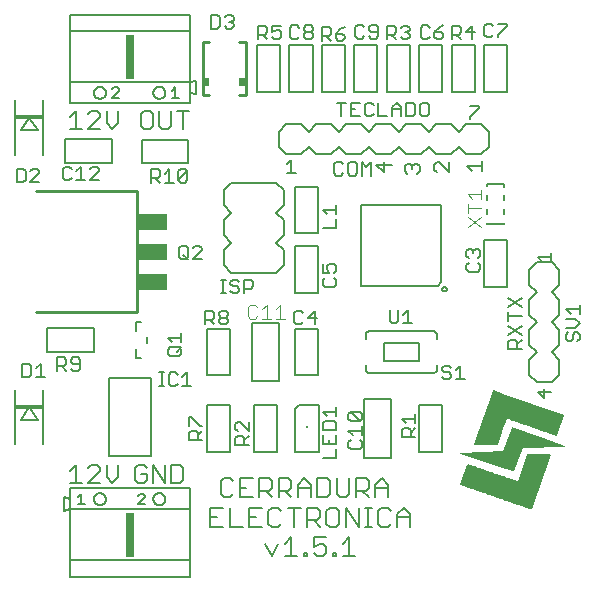
<source format=gbr>
G04 EAGLE Gerber RS-274X export*
G75*
%MOMM*%
%FSLAX34Y34*%
%LPD*%
%INSilkscreen Top*%
%IPPOS*%
%AMOC8*
5,1,8,0,0,1.08239X$1,22.5*%
G01*
%ADD10C,0.177800*%
%ADD11C,0.152400*%
%ADD12C,0.127000*%
%ADD13C,0.150000*%
%ADD14R,0.200000X0.200000*%
%ADD15C,0.203200*%
%ADD16R,0.762000X3.810000*%
%ADD17R,2.300000X0.300000*%
%ADD18C,0.254000*%
%ADD19R,2.489200X1.422400*%
%ADD20C,0.101600*%
%ADD21R,0.500000X0.750000*%

G36*
X425810Y121054D02*
X425810Y121054D01*
X425854Y121063D01*
X425939Y121072D01*
X426275Y121163D01*
X426327Y121189D01*
X426382Y121206D01*
X426415Y121233D01*
X426453Y121252D01*
X426491Y121296D01*
X426535Y121333D01*
X426559Y121376D01*
X426582Y121403D01*
X426592Y121436D01*
X426616Y121479D01*
X430338Y132041D01*
X430339Y132048D01*
X430343Y132056D01*
X430463Y132435D01*
X430465Y132448D01*
X430567Y132695D01*
X430570Y132707D01*
X430577Y132720D01*
X434369Y143480D01*
X434691Y143368D01*
X436125Y142869D01*
X437560Y142369D01*
X438994Y141870D01*
X440429Y141371D01*
X441863Y140872D01*
X441864Y140872D01*
X443298Y140372D01*
X444732Y139873D01*
X444733Y139873D01*
X446167Y139374D01*
X447602Y138875D01*
X449036Y138375D01*
X450471Y137876D01*
X451905Y137377D01*
X453340Y136878D01*
X454774Y136378D01*
X456209Y135879D01*
X457643Y135380D01*
X459078Y134881D01*
X460512Y134381D01*
X461947Y133882D01*
X463381Y133383D01*
X463382Y133383D01*
X464816Y132884D01*
X466250Y132385D01*
X466251Y132384D01*
X467685Y131885D01*
X469120Y131386D01*
X470554Y130887D01*
X471989Y130387D01*
X473423Y129888D01*
X474858Y129389D01*
X476292Y128890D01*
X476366Y128880D01*
X476438Y128862D01*
X476463Y128867D01*
X476489Y128863D01*
X476561Y128883D01*
X476634Y128895D01*
X476659Y128910D01*
X476681Y128915D01*
X476715Y128943D01*
X476777Y128979D01*
X477000Y129166D01*
X477032Y129207D01*
X477072Y129240D01*
X477099Y129291D01*
X477124Y129322D01*
X477132Y129351D01*
X477151Y129386D01*
X482867Y146030D01*
X482871Y146065D01*
X482885Y146098D01*
X482887Y146182D01*
X482893Y146227D01*
X482888Y146243D01*
X482889Y146264D01*
X482846Y146558D01*
X482816Y146642D01*
X482789Y146726D01*
X482782Y146735D01*
X482778Y146745D01*
X482718Y146810D01*
X482661Y146878D01*
X482650Y146884D01*
X482643Y146891D01*
X482606Y146908D01*
X482515Y146958D01*
X431488Y164604D01*
X423171Y167480D01*
X423113Y167488D01*
X423058Y167505D01*
X423016Y167501D01*
X422974Y167506D01*
X422918Y167491D01*
X422860Y167485D01*
X422823Y167465D01*
X422782Y167454D01*
X422737Y167418D01*
X422685Y167389D01*
X422654Y167352D01*
X422626Y167330D01*
X422610Y167300D01*
X422578Y167262D01*
X422405Y166969D01*
X422392Y166931D01*
X422364Y166881D01*
X406587Y121974D01*
X406582Y121936D01*
X406565Y121884D01*
X406516Y121566D01*
X406518Y121519D01*
X406511Y121472D01*
X406523Y121420D01*
X406526Y121367D01*
X406546Y121325D01*
X406557Y121279D01*
X406589Y121236D01*
X406612Y121188D01*
X406648Y121157D01*
X406676Y121119D01*
X406722Y121092D01*
X406762Y121057D01*
X406806Y121042D01*
X406847Y121018D01*
X406911Y121008D01*
X406950Y120995D01*
X406977Y120997D01*
X407011Y120991D01*
X425810Y121054D01*
G37*
G36*
X454806Y66624D02*
X454806Y66624D01*
X454820Y66623D01*
X455118Y66658D01*
X455209Y66688D01*
X455298Y66715D01*
X455302Y66718D01*
X455307Y66720D01*
X455379Y66782D01*
X455451Y66843D01*
X455453Y66848D01*
X455457Y66851D01*
X455470Y66878D01*
X455531Y66989D01*
X471437Y112350D01*
X471440Y112369D01*
X471448Y112387D01*
X471461Y112526D01*
X471464Y112547D01*
X471463Y112549D01*
X471464Y112553D01*
X471443Y112823D01*
X471420Y112907D01*
X471400Y112992D01*
X471393Y113002D01*
X471389Y113014D01*
X471335Y113082D01*
X471283Y113153D01*
X471273Y113160D01*
X471265Y113169D01*
X471188Y113211D01*
X471113Y113256D01*
X471099Y113258D01*
X471090Y113264D01*
X471047Y113267D01*
X470949Y113285D01*
X452122Y113420D01*
X452120Y113419D01*
X452117Y113420D01*
X452023Y113400D01*
X451927Y113382D01*
X451925Y113380D01*
X451922Y113380D01*
X451782Y113289D01*
X451540Y113068D01*
X451516Y113036D01*
X451485Y113009D01*
X451449Y112943D01*
X451423Y112908D01*
X451418Y112887D01*
X451405Y112864D01*
X443602Y90475D01*
X435916Y93153D01*
X434743Y93561D01*
X434743Y93562D01*
X433310Y94061D01*
X431877Y94560D01*
X430445Y95059D01*
X430444Y95059D01*
X429012Y95558D01*
X429012Y95559D01*
X427579Y96058D01*
X426146Y96557D01*
X424713Y97056D01*
X423280Y97555D01*
X423280Y97556D01*
X421847Y98055D01*
X420414Y98554D01*
X418982Y99053D01*
X418981Y99053D01*
X417549Y99552D01*
X417549Y99553D01*
X416116Y100052D01*
X414683Y100551D01*
X413250Y101050D01*
X411817Y101549D01*
X411817Y101550D01*
X410384Y102049D01*
X408951Y102548D01*
X407519Y103047D01*
X407518Y103047D01*
X406086Y103546D01*
X406086Y103547D01*
X404653Y104046D01*
X403220Y104545D01*
X401883Y105011D01*
X401860Y105014D01*
X401839Y105024D01*
X401762Y105027D01*
X401686Y105038D01*
X401663Y105032D01*
X401640Y105033D01*
X401527Y104994D01*
X401494Y104985D01*
X401489Y104982D01*
X401483Y104979D01*
X401232Y104845D01*
X401231Y104844D01*
X401153Y104779D01*
X401079Y104718D01*
X401079Y104717D01*
X401078Y104717D01*
X400997Y104571D01*
X395142Y87953D01*
X395132Y87883D01*
X395115Y87814D01*
X395119Y87785D01*
X395115Y87756D01*
X395133Y87688D01*
X395143Y87618D01*
X395159Y87592D01*
X395166Y87564D01*
X395210Y87508D01*
X395247Y87448D01*
X395273Y87428D01*
X395289Y87407D01*
X395326Y87387D01*
X395379Y87346D01*
X395688Y87182D01*
X395719Y87172D01*
X395758Y87151D01*
X395828Y87127D01*
X397261Y86627D01*
X398693Y86128D01*
X400126Y85629D01*
X401559Y85130D01*
X402991Y84630D01*
X404424Y84131D01*
X405857Y83632D01*
X407289Y83133D01*
X408722Y82633D01*
X410155Y82134D01*
X411587Y81635D01*
X413020Y81136D01*
X414453Y80636D01*
X415885Y80137D01*
X417318Y79638D01*
X418751Y79139D01*
X420183Y78639D01*
X420184Y78639D01*
X421616Y78140D01*
X423049Y77641D01*
X424481Y77142D01*
X424482Y77142D01*
X425914Y76642D01*
X427347Y76143D01*
X428779Y75644D01*
X428780Y75644D01*
X430212Y75145D01*
X431645Y74645D01*
X433078Y74146D01*
X434510Y73647D01*
X435943Y73148D01*
X437376Y72648D01*
X438808Y72149D01*
X440241Y71650D01*
X441674Y71151D01*
X443106Y70651D01*
X444539Y70152D01*
X444550Y70151D01*
X444560Y70145D01*
X444643Y70138D01*
X444668Y70126D01*
X444763Y70074D01*
X446001Y69643D01*
X447434Y69143D01*
X448867Y68644D01*
X450300Y68145D01*
X451732Y67646D01*
X451733Y67646D01*
X453165Y67146D01*
X454598Y66647D01*
X454627Y66643D01*
X454654Y66631D01*
X454752Y66626D01*
X454795Y66621D01*
X454806Y66624D01*
G37*
G36*
X440175Y98828D02*
X440175Y98828D01*
X440175Y98827D01*
X440177Y98828D01*
X440336Y98869D01*
X440436Y98914D01*
X440449Y98923D01*
X440464Y98928D01*
X440530Y98981D01*
X440598Y99030D01*
X440606Y99043D01*
X440618Y99053D01*
X440701Y99198D01*
X447918Y118875D01*
X483292Y119690D01*
X483302Y119692D01*
X483311Y119690D01*
X483398Y119714D01*
X483486Y119734D01*
X483494Y119739D01*
X483503Y119742D01*
X483574Y119797D01*
X483647Y119850D01*
X483652Y119858D01*
X483660Y119864D01*
X483704Y119943D01*
X483750Y120020D01*
X483752Y120030D01*
X483757Y120038D01*
X483766Y120128D01*
X483779Y120217D01*
X483777Y120226D01*
X483778Y120236D01*
X483752Y120322D01*
X483729Y120409D01*
X483723Y120417D01*
X483720Y120426D01*
X483662Y120495D01*
X483607Y120566D01*
X483598Y120571D01*
X483592Y120579D01*
X483447Y120659D01*
X483148Y120765D01*
X481733Y121264D01*
X476074Y123261D01*
X474660Y123760D01*
X473245Y124260D01*
X471830Y124759D01*
X466171Y126756D01*
X464757Y127255D01*
X463342Y127754D01*
X457683Y129751D01*
X456268Y130251D01*
X454854Y130750D01*
X449195Y132747D01*
X447780Y133246D01*
X446365Y133745D01*
X440707Y135742D01*
X439387Y136208D01*
X439347Y136214D01*
X439243Y136236D01*
X439120Y136242D01*
X439091Y136237D01*
X439063Y136241D01*
X438994Y136222D01*
X438923Y136211D01*
X438899Y136196D01*
X438871Y136188D01*
X438815Y136143D01*
X438755Y136106D01*
X438738Y136082D01*
X438715Y136064D01*
X438664Y135978D01*
X438640Y135943D01*
X438638Y135933D01*
X438631Y135921D01*
X430945Y115783D01*
X395536Y114289D01*
X395525Y114286D01*
X395514Y114288D01*
X395429Y114263D01*
X395343Y114241D01*
X395334Y114235D01*
X395323Y114231D01*
X395255Y114175D01*
X395184Y114122D01*
X395179Y114112D01*
X395170Y114105D01*
X395129Y114027D01*
X395084Y113950D01*
X395083Y113939D01*
X395078Y113929D01*
X395071Y113841D01*
X395060Y113753D01*
X395063Y113742D01*
X395062Y113730D01*
X395090Y113647D01*
X395114Y113562D01*
X395121Y113553D01*
X395124Y113542D01*
X395183Y113475D01*
X395238Y113407D01*
X395248Y113401D01*
X395256Y113392D01*
X395403Y113316D01*
X433393Y100994D01*
X433434Y100973D01*
X439978Y98850D01*
X440070Y98839D01*
X440175Y98827D01*
X440175Y98828D01*
G37*
D10*
X64581Y99124D02*
X69580Y104124D01*
X69580Y89125D01*
X64581Y89125D02*
X74580Y89125D01*
X80017Y89125D02*
X90016Y89125D01*
X80017Y89125D02*
X90016Y99124D01*
X90016Y101624D01*
X87516Y104124D01*
X82517Y104124D01*
X80017Y101624D01*
X95453Y104124D02*
X95453Y94125D01*
X100453Y89125D01*
X105452Y94125D01*
X105452Y104124D01*
X127080Y104124D02*
X129580Y101624D01*
X127080Y104124D02*
X122081Y104124D01*
X119581Y101624D01*
X119581Y91625D01*
X122081Y89125D01*
X127080Y89125D01*
X129580Y91625D01*
X129580Y96624D01*
X124580Y96624D01*
X135017Y89125D02*
X135017Y104124D01*
X145016Y89125D01*
X145016Y104124D01*
X150453Y104124D02*
X150453Y89125D01*
X157952Y89125D01*
X160452Y91625D01*
X160452Y101624D01*
X157952Y104124D01*
X150453Y104124D01*
D11*
X400277Y357499D02*
X404514Y353262D01*
X400277Y357499D02*
X412988Y357499D01*
X412988Y353262D02*
X412988Y361736D01*
X385488Y360486D02*
X385488Y352012D01*
X377014Y360486D01*
X374896Y360486D01*
X372777Y358367D01*
X372777Y354130D01*
X374896Y352012D01*
X349896Y350762D02*
X347777Y352880D01*
X347777Y357117D01*
X349896Y359236D01*
X352014Y359236D01*
X354133Y357117D01*
X354133Y354999D01*
X354133Y357117D02*
X356251Y359236D01*
X358370Y359236D01*
X360488Y357117D01*
X360488Y352880D01*
X358370Y350762D01*
X336738Y358367D02*
X324027Y358367D01*
X330383Y352012D01*
X330383Y360486D01*
D12*
X295721Y358818D02*
X293814Y360725D01*
X290001Y360725D01*
X288094Y358818D01*
X288094Y351192D01*
X290001Y349285D01*
X293814Y349285D01*
X295721Y351192D01*
X301695Y360725D02*
X305508Y360725D01*
X301695Y360725D02*
X299788Y358818D01*
X299788Y351192D01*
X301695Y349285D01*
X305508Y349285D01*
X307415Y351192D01*
X307415Y358818D01*
X305508Y360725D01*
X311482Y360725D02*
X311482Y349285D01*
X315295Y356912D02*
X311482Y360725D01*
X315295Y356912D02*
X319108Y360725D01*
X319108Y349285D01*
D10*
X69580Y404124D02*
X64581Y399124D01*
X69580Y404124D02*
X69580Y389125D01*
X64581Y389125D02*
X74580Y389125D01*
X80017Y389125D02*
X90016Y389125D01*
X80017Y389125D02*
X90016Y399124D01*
X90016Y401624D01*
X87516Y404124D01*
X82517Y404124D01*
X80017Y401624D01*
X95453Y404124D02*
X95453Y394125D01*
X100453Y389125D01*
X105452Y394125D01*
X105452Y404124D01*
X127081Y404124D02*
X132080Y404124D01*
X127081Y404124D02*
X124581Y401624D01*
X124581Y391625D01*
X127081Y389125D01*
X132080Y389125D01*
X134580Y391625D01*
X134580Y401624D01*
X132080Y404124D01*
X140017Y404124D02*
X140017Y391625D01*
X142517Y389125D01*
X147516Y389125D01*
X150016Y391625D01*
X150016Y404124D01*
X160453Y404124D02*
X160453Y389125D01*
X155453Y404124D02*
X165452Y404124D01*
D11*
X200225Y93142D02*
X202936Y90430D01*
X200225Y93142D02*
X194801Y93142D01*
X192090Y90430D01*
X192090Y79584D01*
X194801Y76872D01*
X200225Y76872D01*
X202936Y79584D01*
X208461Y93142D02*
X219308Y93142D01*
X208461Y93142D02*
X208461Y76872D01*
X219308Y76872D01*
X213885Y85007D02*
X208461Y85007D01*
X224833Y76872D02*
X224833Y93142D01*
X232968Y93142D01*
X235680Y90430D01*
X235680Y85007D01*
X232968Y82295D01*
X224833Y82295D01*
X230256Y82295D02*
X235680Y76872D01*
X241205Y76872D02*
X241205Y93142D01*
X249339Y93142D01*
X252051Y90430D01*
X252051Y85007D01*
X249339Y82295D01*
X241205Y82295D01*
X246628Y82295D02*
X252051Y76872D01*
X257576Y76872D02*
X257576Y87719D01*
X262999Y93142D01*
X268423Y87719D01*
X268423Y76872D01*
X268423Y85007D02*
X257576Y85007D01*
X273948Y93142D02*
X273948Y76872D01*
X282083Y76872D01*
X284794Y79584D01*
X284794Y90430D01*
X282083Y93142D01*
X273948Y93142D01*
X290319Y93142D02*
X290319Y79584D01*
X293031Y76872D01*
X298454Y76872D01*
X301166Y79584D01*
X301166Y93142D01*
X306691Y93142D02*
X306691Y76872D01*
X306691Y93142D02*
X314826Y93142D01*
X317537Y90430D01*
X317537Y85007D01*
X314826Y82295D01*
X306691Y82295D01*
X312114Y82295D02*
X317537Y76872D01*
X323062Y76872D02*
X323062Y87719D01*
X328486Y93142D01*
X333909Y87719D01*
X333909Y76872D01*
X333909Y85007D02*
X323062Y85007D01*
X194293Y68142D02*
X183447Y68142D01*
X183447Y51872D01*
X194293Y51872D01*
X188870Y60007D02*
X183447Y60007D01*
X199818Y68142D02*
X199818Y51872D01*
X210665Y51872D01*
X216190Y68142D02*
X227037Y68142D01*
X216190Y68142D02*
X216190Y51872D01*
X227037Y51872D01*
X221613Y60007D02*
X216190Y60007D01*
X240696Y68142D02*
X243408Y65430D01*
X240696Y68142D02*
X235273Y68142D01*
X232562Y65430D01*
X232562Y54584D01*
X235273Y51872D01*
X240696Y51872D01*
X243408Y54584D01*
X254356Y51872D02*
X254356Y68142D01*
X248933Y68142D02*
X259780Y68142D01*
X265305Y68142D02*
X265305Y51872D01*
X265305Y68142D02*
X273440Y68142D01*
X276151Y65430D01*
X276151Y60007D01*
X273440Y57295D01*
X265305Y57295D01*
X270728Y57295D02*
X276151Y51872D01*
X284388Y68142D02*
X289811Y68142D01*
X284388Y68142D02*
X281676Y65430D01*
X281676Y54584D01*
X284388Y51872D01*
X289811Y51872D01*
X292523Y54584D01*
X292523Y65430D01*
X289811Y68142D01*
X298048Y68142D02*
X298048Y51872D01*
X308894Y51872D02*
X298048Y68142D01*
X308894Y68142D02*
X308894Y51872D01*
X314419Y51872D02*
X319843Y51872D01*
X317131Y51872D02*
X317131Y68142D01*
X314419Y68142D02*
X319843Y68142D01*
X333469Y68142D02*
X336180Y65430D01*
X333469Y68142D02*
X328045Y68142D01*
X325334Y65430D01*
X325334Y54584D01*
X328045Y51872D01*
X333469Y51872D01*
X336180Y54584D01*
X341705Y51872D02*
X341705Y62719D01*
X347129Y68142D01*
X352552Y62719D01*
X352552Y51872D01*
X352552Y60007D02*
X341705Y60007D01*
X235256Y26872D02*
X229833Y37719D01*
X240680Y37719D02*
X235256Y26872D01*
X246205Y37719D02*
X251628Y43142D01*
X251628Y26872D01*
X246205Y26872D02*
X257051Y26872D01*
X262576Y26872D02*
X262576Y29584D01*
X265288Y29584D01*
X265288Y26872D01*
X262576Y26872D01*
X270762Y43142D02*
X281609Y43142D01*
X270762Y43142D02*
X270762Y35007D01*
X276185Y37719D01*
X278897Y37719D01*
X281609Y35007D01*
X281609Y29584D01*
X278897Y26872D01*
X273474Y26872D01*
X270762Y29584D01*
X287134Y29584D02*
X287134Y26872D01*
X287134Y29584D02*
X289845Y29584D01*
X289845Y26872D01*
X287134Y26872D01*
X295319Y37719D02*
X300743Y43142D01*
X300743Y26872D01*
X306166Y26872D02*
X295319Y26872D01*
D12*
X435525Y230254D02*
X446965Y230254D01*
X435525Y226441D02*
X435525Y234068D01*
X435525Y238135D02*
X446965Y245761D01*
X446965Y238135D02*
X435525Y245761D01*
X435525Y202691D02*
X446965Y202691D01*
X435525Y202691D02*
X435525Y208411D01*
X437432Y210318D01*
X441245Y210318D01*
X443152Y208411D01*
X443152Y202691D01*
X443152Y206504D02*
X446965Y210318D01*
X446965Y222011D02*
X435525Y214385D01*
X435525Y222011D02*
X446965Y214385D01*
D13*
X250150Y420270D02*
X250150Y459730D01*
X269850Y459730D02*
X269850Y420270D01*
X250150Y420270D01*
X250150Y459730D02*
X269850Y459730D01*
D12*
X258552Y474608D02*
X256645Y476515D01*
X252832Y476515D01*
X250925Y474608D01*
X250925Y466982D01*
X252832Y465075D01*
X256645Y465075D01*
X258552Y466982D01*
X262619Y474608D02*
X264526Y476515D01*
X268339Y476515D01*
X270245Y474608D01*
X270245Y472702D01*
X268339Y470795D01*
X270245Y468888D01*
X270245Y466982D01*
X268339Y465075D01*
X264526Y465075D01*
X262619Y466982D01*
X262619Y468888D01*
X264526Y470795D01*
X262619Y472702D01*
X262619Y474608D01*
X264526Y470795D02*
X268339Y470795D01*
D13*
X305150Y459730D02*
X305150Y420270D01*
X324850Y420270D02*
X324850Y459730D01*
X324850Y420270D02*
X305150Y420270D01*
X305150Y459730D02*
X324850Y459730D01*
D12*
X313802Y474858D02*
X311895Y476765D01*
X308082Y476765D01*
X306175Y474858D01*
X306175Y467232D01*
X308082Y465325D01*
X311895Y465325D01*
X313802Y467232D01*
X317869Y467232D02*
X319776Y465325D01*
X323589Y465325D01*
X325495Y467232D01*
X325495Y474858D01*
X323589Y476765D01*
X319776Y476765D01*
X317869Y474858D01*
X317869Y472952D01*
X319776Y471045D01*
X325495Y471045D01*
D13*
X360150Y459730D02*
X360150Y420270D01*
X379850Y420270D02*
X379850Y459730D01*
X379850Y420270D02*
X360150Y420270D01*
X360150Y459730D02*
X379850Y459730D01*
D12*
X369002Y474508D02*
X367095Y476415D01*
X363282Y476415D01*
X361375Y474508D01*
X361375Y466882D01*
X363282Y464975D01*
X367095Y464975D01*
X369002Y466882D01*
X376882Y474508D02*
X380695Y476415D01*
X376882Y474508D02*
X373069Y470695D01*
X373069Y466882D01*
X374976Y464975D01*
X378789Y464975D01*
X380695Y466882D01*
X380695Y468788D01*
X378789Y470695D01*
X373069Y470695D01*
D13*
X415150Y459730D02*
X415150Y420270D01*
X434850Y420270D02*
X434850Y459730D01*
X434850Y420270D02*
X415150Y420270D01*
X415150Y459730D02*
X434850Y459730D01*
D12*
X423002Y476008D02*
X421095Y477915D01*
X417282Y477915D01*
X415375Y476008D01*
X415375Y468382D01*
X417282Y466475D01*
X421095Y466475D01*
X423002Y468382D01*
X427069Y477915D02*
X434695Y477915D01*
X434695Y476008D01*
X427069Y468382D01*
X427069Y466475D01*
D13*
X222670Y459730D02*
X222670Y420270D01*
X222670Y459730D02*
X242330Y459730D01*
X242330Y420270D01*
X222670Y420270D01*
D12*
X223985Y464839D02*
X223985Y476279D01*
X229705Y476279D01*
X231612Y474372D01*
X231612Y470559D01*
X229705Y468652D01*
X223985Y468652D01*
X227798Y468652D02*
X231612Y464839D01*
X235679Y476279D02*
X243305Y476279D01*
X235679Y476279D02*
X235679Y470559D01*
X239492Y472466D01*
X241399Y472466D01*
X243305Y470559D01*
X243305Y466746D01*
X241399Y464839D01*
X237586Y464839D01*
X235679Y466746D01*
D13*
X277670Y459730D02*
X277670Y420270D01*
X277670Y459730D02*
X297330Y459730D01*
X297330Y420270D01*
X277670Y420270D01*
D12*
X277735Y463589D02*
X277735Y475029D01*
X283455Y475029D01*
X285362Y473122D01*
X285362Y469309D01*
X283455Y467402D01*
X277735Y467402D01*
X281548Y467402D02*
X285362Y463589D01*
X293242Y473122D02*
X297055Y475029D01*
X293242Y473122D02*
X289429Y469309D01*
X289429Y465496D01*
X291336Y463589D01*
X295149Y463589D01*
X297055Y465496D01*
X297055Y467402D01*
X295149Y469309D01*
X289429Y469309D01*
D13*
X332670Y459730D02*
X332670Y420270D01*
X332670Y459730D02*
X352330Y459730D01*
X352330Y420270D01*
X332670Y420270D01*
D12*
X332735Y464839D02*
X332735Y476279D01*
X338455Y476279D01*
X340362Y474372D01*
X340362Y470559D01*
X338455Y468652D01*
X332735Y468652D01*
X336548Y468652D02*
X340362Y464839D01*
X344429Y474372D02*
X346336Y476279D01*
X350149Y476279D01*
X352055Y474372D01*
X352055Y472466D01*
X350149Y470559D01*
X348242Y470559D01*
X350149Y470559D02*
X352055Y468652D01*
X352055Y466746D01*
X350149Y464839D01*
X346336Y464839D01*
X344429Y466746D01*
D13*
X387670Y459730D02*
X387670Y420270D01*
X387670Y459730D02*
X407330Y459730D01*
X407330Y420270D01*
X387670Y420270D01*
D12*
X387735Y464839D02*
X387735Y476279D01*
X393455Y476279D01*
X395362Y474372D01*
X395362Y470559D01*
X393455Y468652D01*
X387735Y468652D01*
X391548Y468652D02*
X395362Y464839D01*
X405149Y464839D02*
X405149Y476279D01*
X399429Y470559D01*
X407055Y470559D01*
D13*
X360170Y154730D02*
X360170Y115270D01*
X360170Y154730D02*
X379830Y154730D01*
X379830Y115270D01*
X360170Y115270D01*
D12*
X356665Y127935D02*
X345225Y127935D01*
X345225Y133655D01*
X347132Y135562D01*
X350945Y135562D01*
X352852Y133655D01*
X352852Y127935D01*
X352852Y131748D02*
X356665Y135562D01*
X349039Y139629D02*
X345225Y143442D01*
X356665Y143442D01*
X356665Y139629D02*
X356665Y147255D01*
D11*
X478950Y256750D02*
X478950Y269450D01*
X478950Y256750D02*
X472600Y250400D01*
X459900Y250400D02*
X453550Y256750D01*
X472600Y250400D02*
X478950Y244050D01*
X478950Y231350D01*
X472600Y225000D01*
X459900Y225000D02*
X453550Y231350D01*
X453550Y244050D01*
X459900Y250400D01*
X459900Y275800D02*
X472600Y275800D01*
X478950Y269450D01*
X459900Y275800D02*
X453550Y269450D01*
X453550Y256750D01*
X472600Y225000D02*
X478950Y218650D01*
X478950Y205950D01*
X472600Y199600D01*
X459900Y199600D02*
X453550Y205950D01*
X453550Y218650D01*
X459900Y225000D01*
X478950Y193250D02*
X478950Y180550D01*
X472600Y174200D01*
X459900Y174200D01*
X453550Y180550D01*
X472600Y199600D02*
X478950Y193250D01*
X459900Y199600D02*
X453550Y193250D01*
X453550Y180550D01*
D12*
X464339Y276171D02*
X460525Y279984D01*
X471965Y279984D01*
X471965Y276171D02*
X471965Y283798D01*
X471965Y166321D02*
X460525Y166321D01*
X466245Y160601D01*
X466245Y168228D01*
X484635Y214573D02*
X486542Y216480D01*
X484635Y214573D02*
X484635Y210760D01*
X486542Y208853D01*
X488449Y208853D01*
X490355Y210760D01*
X490355Y214573D01*
X492262Y216480D01*
X494168Y216480D01*
X496075Y214573D01*
X496075Y210760D01*
X494168Y208853D01*
X492262Y220547D02*
X484635Y220547D01*
X492262Y220547D02*
X496075Y224360D01*
X492262Y228174D01*
X484635Y228174D01*
X488449Y232241D02*
X484635Y236054D01*
X496075Y236054D01*
X496075Y232241D02*
X496075Y239867D01*
D13*
X415150Y255270D02*
X415150Y294730D01*
X434850Y294730D02*
X434850Y255270D01*
X415150Y255270D01*
X415150Y294730D02*
X434850Y294730D01*
D12*
X402132Y275562D02*
X400225Y273655D01*
X400225Y269842D01*
X402132Y267935D01*
X409758Y267935D01*
X411665Y269842D01*
X411665Y273655D01*
X409758Y275562D01*
X402132Y279629D02*
X400225Y281536D01*
X400225Y285349D01*
X402132Y287255D01*
X404039Y287255D01*
X405945Y285349D01*
X405945Y283442D01*
X405945Y285349D02*
X407852Y287255D01*
X409758Y287255D01*
X411665Y285349D01*
X411665Y281536D01*
X409758Y279629D01*
D13*
X274850Y219730D02*
X274850Y180270D01*
X255150Y180270D02*
X255150Y219730D01*
X274850Y219730D01*
X274850Y180270D02*
X255150Y180270D01*
D12*
X261812Y232868D02*
X259905Y234775D01*
X256092Y234775D01*
X254185Y232868D01*
X254185Y225242D01*
X256092Y223335D01*
X259905Y223335D01*
X261812Y225242D01*
X271599Y223335D02*
X271599Y234775D01*
X265879Y229055D01*
X273505Y229055D01*
D11*
X245400Y324050D02*
X245400Y336750D01*
X245400Y324050D02*
X239050Y317700D01*
X245400Y311350D01*
X245400Y298650D01*
X239050Y292300D01*
X245400Y336750D02*
X239050Y343100D01*
X239050Y292300D02*
X245400Y285950D01*
X245400Y273250D01*
X239050Y266900D01*
X200950Y266900D01*
X200950Y317700D02*
X194600Y324050D01*
X194600Y298650D02*
X200950Y292300D01*
X194600Y298650D02*
X194600Y311350D01*
X200950Y317700D01*
X200950Y343100D02*
X239050Y343100D01*
X200950Y343100D02*
X194600Y336750D01*
X194600Y324050D01*
X194600Y273250D02*
X200950Y266900D01*
X194600Y273250D02*
X194600Y285950D01*
X200950Y292300D01*
D12*
X196348Y249845D02*
X192535Y249845D01*
X194442Y249845D02*
X194442Y261285D01*
X196348Y261285D02*
X192535Y261285D01*
X206051Y261285D02*
X207957Y259378D01*
X206051Y261285D02*
X202238Y261285D01*
X200331Y259378D01*
X200331Y257472D01*
X202238Y255565D01*
X206051Y255565D01*
X207957Y253658D01*
X207957Y251752D01*
X206051Y249845D01*
X202238Y249845D01*
X200331Y251752D01*
X212025Y249845D02*
X212025Y261285D01*
X217745Y261285D01*
X219651Y259378D01*
X219651Y255565D01*
X217745Y253658D01*
X212025Y253658D01*
X274830Y300270D02*
X274830Y339730D01*
X255170Y339730D02*
X255170Y300270D01*
X255170Y339730D02*
X274830Y339730D01*
X274830Y300270D02*
X255170Y300270D01*
X278325Y304947D02*
X289765Y304947D01*
X289765Y312574D01*
X282139Y316641D02*
X278325Y320454D01*
X289765Y320454D01*
X289765Y316641D02*
X289765Y324268D01*
D13*
X274850Y289730D02*
X274850Y250270D01*
X255150Y250270D02*
X255150Y289730D01*
X274850Y289730D01*
X274850Y250270D02*
X255150Y250270D01*
D12*
X278325Y260667D02*
X280232Y262574D01*
X278325Y260667D02*
X278325Y256854D01*
X280232Y254947D01*
X287858Y254947D01*
X289765Y256854D01*
X289765Y260667D01*
X287858Y262574D01*
X278325Y266641D02*
X278325Y274268D01*
X278325Y266641D02*
X284045Y266641D01*
X282139Y270454D01*
X282139Y272361D01*
X284045Y274268D01*
X287858Y274268D01*
X289765Y272361D01*
X289765Y268548D01*
X287858Y266641D01*
X120000Y202500D02*
X120000Y195000D01*
X125000Y195000D01*
X120000Y217500D02*
X120000Y225000D01*
X125000Y225000D01*
X130000Y212500D02*
X130000Y207500D01*
X149082Y196297D02*
X156708Y196297D01*
X149082Y196297D02*
X147175Y198204D01*
X147175Y202017D01*
X149082Y203924D01*
X156708Y203924D01*
X158615Y202017D01*
X158615Y198204D01*
X156708Y196297D01*
X154802Y200110D02*
X158615Y203924D01*
X150989Y207991D02*
X147175Y211804D01*
X158615Y211804D01*
X158615Y207991D02*
X158615Y215618D01*
D13*
X255000Y151250D02*
X255000Y115000D01*
X258750Y155000D02*
X275000Y155000D01*
X275000Y115000D01*
X255000Y115000D01*
X255000Y151250D02*
X258750Y155000D01*
D14*
X265000Y136600D03*
D12*
X278325Y110309D02*
X289765Y110309D01*
X289765Y117936D01*
X278325Y122003D02*
X278325Y129630D01*
X278325Y122003D02*
X289765Y122003D01*
X289765Y129630D01*
X284045Y125816D02*
X284045Y122003D01*
X278325Y133697D02*
X289765Y133697D01*
X289765Y139417D01*
X287858Y141323D01*
X280232Y141323D01*
X278325Y139417D01*
X278325Y133697D01*
X282139Y145391D02*
X278325Y149204D01*
X289765Y149204D01*
X289765Y145391D02*
X289765Y153017D01*
D15*
X132780Y112230D02*
X97220Y112230D01*
X97220Y177770D01*
X132780Y177770D01*
X132780Y112230D01*
D12*
X140235Y171143D02*
X144048Y171143D01*
X142142Y171143D02*
X142142Y182583D01*
X144048Y182583D02*
X140235Y182583D01*
X153751Y182583D02*
X155657Y180676D01*
X153751Y182583D02*
X149938Y182583D01*
X148031Y180676D01*
X148031Y173050D01*
X149938Y171143D01*
X153751Y171143D01*
X155657Y173050D01*
X159725Y178770D02*
X163538Y182583D01*
X163538Y171143D01*
X159725Y171143D02*
X167351Y171143D01*
D13*
X313500Y159730D02*
X313500Y110270D01*
X336500Y110270D02*
X336500Y159730D01*
X336500Y110270D02*
X313500Y110270D01*
X313500Y159730D02*
X336500Y159730D01*
D12*
X302132Y125562D02*
X300225Y123655D01*
X300225Y119842D01*
X302132Y117935D01*
X309758Y117935D01*
X311665Y119842D01*
X311665Y123655D01*
X309758Y125562D01*
X304039Y129629D02*
X300225Y133442D01*
X311665Y133442D01*
X311665Y129629D02*
X311665Y137255D01*
X309758Y141323D02*
X302132Y141323D01*
X300225Y143230D01*
X300225Y147043D01*
X302132Y148949D01*
X309758Y148949D01*
X311665Y147043D01*
X311665Y143230D01*
X309758Y141323D01*
X302132Y148949D01*
D13*
X239830Y154730D02*
X239830Y115270D01*
X220170Y115270D01*
X220170Y154730D01*
X239830Y154730D01*
D12*
X216015Y121197D02*
X204575Y121197D01*
X204575Y126917D01*
X206482Y128824D01*
X210295Y128824D01*
X212202Y126917D01*
X212202Y121197D01*
X212202Y125010D02*
X216015Y128824D01*
X216015Y132891D02*
X216015Y140518D01*
X208389Y140518D02*
X216015Y132891D01*
X208389Y140518D02*
X206482Y140518D01*
X204575Y138611D01*
X204575Y134798D01*
X206482Y132891D01*
D11*
X64200Y23410D02*
X64200Y9440D01*
X64200Y84370D02*
X165800Y84370D01*
X165800Y66590D01*
X165800Y9440D02*
X64200Y9440D01*
X64200Y75480D02*
X59120Y76750D01*
X64200Y75480D02*
X64200Y84370D01*
X59120Y76750D02*
X59120Y65320D01*
X64200Y66590D01*
X64200Y75480D01*
X64200Y66590D02*
X165800Y66590D01*
X165800Y23410D01*
X64200Y23410D01*
X64200Y66590D01*
X165800Y23410D02*
X165800Y9440D01*
X135066Y75480D02*
X135068Y75622D01*
X135074Y75765D01*
X135084Y75907D01*
X135098Y76049D01*
X135116Y76190D01*
X135138Y76331D01*
X135164Y76471D01*
X135193Y76610D01*
X135227Y76749D01*
X135265Y76886D01*
X135306Y77023D01*
X135351Y77158D01*
X135400Y77292D01*
X135453Y77424D01*
X135509Y77555D01*
X135569Y77684D01*
X135633Y77812D01*
X135700Y77937D01*
X135771Y78061D01*
X135845Y78183D01*
X135922Y78302D01*
X136003Y78420D01*
X136087Y78535D01*
X136174Y78647D01*
X136265Y78757D01*
X136358Y78865D01*
X136455Y78970D01*
X136554Y79072D01*
X136656Y79171D01*
X136761Y79268D01*
X136869Y79361D01*
X136979Y79452D01*
X137091Y79539D01*
X137206Y79623D01*
X137324Y79704D01*
X137443Y79781D01*
X137565Y79855D01*
X137689Y79926D01*
X137814Y79993D01*
X137942Y80057D01*
X138071Y80117D01*
X138202Y80173D01*
X138334Y80226D01*
X138468Y80275D01*
X138603Y80320D01*
X138740Y80361D01*
X138877Y80399D01*
X139016Y80433D01*
X139155Y80462D01*
X139295Y80488D01*
X139436Y80510D01*
X139577Y80528D01*
X139719Y80542D01*
X139861Y80552D01*
X140004Y80558D01*
X140146Y80560D01*
X140288Y80558D01*
X140431Y80552D01*
X140573Y80542D01*
X140715Y80528D01*
X140856Y80510D01*
X140997Y80488D01*
X141137Y80462D01*
X141276Y80433D01*
X141415Y80399D01*
X141552Y80361D01*
X141689Y80320D01*
X141824Y80275D01*
X141958Y80226D01*
X142090Y80173D01*
X142221Y80117D01*
X142350Y80057D01*
X142478Y79993D01*
X142603Y79926D01*
X142727Y79855D01*
X142849Y79781D01*
X142968Y79704D01*
X143086Y79623D01*
X143201Y79539D01*
X143313Y79452D01*
X143423Y79361D01*
X143531Y79268D01*
X143636Y79171D01*
X143738Y79072D01*
X143837Y78970D01*
X143934Y78865D01*
X144027Y78757D01*
X144118Y78647D01*
X144205Y78535D01*
X144289Y78420D01*
X144370Y78302D01*
X144447Y78183D01*
X144521Y78061D01*
X144592Y77937D01*
X144659Y77812D01*
X144723Y77684D01*
X144783Y77555D01*
X144839Y77424D01*
X144892Y77292D01*
X144941Y77158D01*
X144986Y77023D01*
X145027Y76886D01*
X145065Y76749D01*
X145099Y76610D01*
X145128Y76471D01*
X145154Y76331D01*
X145176Y76190D01*
X145194Y76049D01*
X145208Y75907D01*
X145218Y75765D01*
X145224Y75622D01*
X145226Y75480D01*
X145224Y75338D01*
X145218Y75195D01*
X145208Y75053D01*
X145194Y74911D01*
X145176Y74770D01*
X145154Y74629D01*
X145128Y74489D01*
X145099Y74350D01*
X145065Y74211D01*
X145027Y74074D01*
X144986Y73937D01*
X144941Y73802D01*
X144892Y73668D01*
X144839Y73536D01*
X144783Y73405D01*
X144723Y73276D01*
X144659Y73148D01*
X144592Y73023D01*
X144521Y72899D01*
X144447Y72777D01*
X144370Y72658D01*
X144289Y72540D01*
X144205Y72425D01*
X144118Y72313D01*
X144027Y72203D01*
X143934Y72095D01*
X143837Y71990D01*
X143738Y71888D01*
X143636Y71789D01*
X143531Y71692D01*
X143423Y71599D01*
X143313Y71508D01*
X143201Y71421D01*
X143086Y71337D01*
X142968Y71256D01*
X142849Y71179D01*
X142727Y71105D01*
X142603Y71034D01*
X142478Y70967D01*
X142350Y70903D01*
X142221Y70843D01*
X142090Y70787D01*
X141958Y70734D01*
X141824Y70685D01*
X141689Y70640D01*
X141552Y70599D01*
X141415Y70561D01*
X141276Y70527D01*
X141137Y70498D01*
X140997Y70472D01*
X140856Y70450D01*
X140715Y70432D01*
X140573Y70418D01*
X140431Y70408D01*
X140288Y70402D01*
X140146Y70400D01*
X140004Y70402D01*
X139861Y70408D01*
X139719Y70418D01*
X139577Y70432D01*
X139436Y70450D01*
X139295Y70472D01*
X139155Y70498D01*
X139016Y70527D01*
X138877Y70561D01*
X138740Y70599D01*
X138603Y70640D01*
X138468Y70685D01*
X138334Y70734D01*
X138202Y70787D01*
X138071Y70843D01*
X137942Y70903D01*
X137814Y70967D01*
X137689Y71034D01*
X137565Y71105D01*
X137443Y71179D01*
X137324Y71256D01*
X137206Y71337D01*
X137091Y71421D01*
X136979Y71508D01*
X136869Y71599D01*
X136761Y71692D01*
X136656Y71789D01*
X136554Y71888D01*
X136455Y71990D01*
X136358Y72095D01*
X136265Y72203D01*
X136174Y72313D01*
X136087Y72425D01*
X136003Y72540D01*
X135922Y72658D01*
X135845Y72777D01*
X135771Y72899D01*
X135700Y73023D01*
X135633Y73148D01*
X135569Y73276D01*
X135509Y73405D01*
X135453Y73536D01*
X135400Y73668D01*
X135351Y73802D01*
X135306Y73937D01*
X135265Y74074D01*
X135227Y74211D01*
X135193Y74350D01*
X135164Y74489D01*
X135138Y74629D01*
X135116Y74770D01*
X135098Y74911D01*
X135084Y75053D01*
X135074Y75195D01*
X135068Y75338D01*
X135066Y75480D01*
X84774Y75480D02*
X84776Y75622D01*
X84782Y75765D01*
X84792Y75907D01*
X84806Y76049D01*
X84824Y76190D01*
X84846Y76331D01*
X84872Y76471D01*
X84901Y76610D01*
X84935Y76749D01*
X84973Y76886D01*
X85014Y77023D01*
X85059Y77158D01*
X85108Y77292D01*
X85161Y77424D01*
X85217Y77555D01*
X85277Y77684D01*
X85341Y77812D01*
X85408Y77937D01*
X85479Y78061D01*
X85553Y78183D01*
X85630Y78302D01*
X85711Y78420D01*
X85795Y78535D01*
X85882Y78647D01*
X85973Y78757D01*
X86066Y78865D01*
X86163Y78970D01*
X86262Y79072D01*
X86364Y79171D01*
X86469Y79268D01*
X86577Y79361D01*
X86687Y79452D01*
X86799Y79539D01*
X86914Y79623D01*
X87032Y79704D01*
X87151Y79781D01*
X87273Y79855D01*
X87397Y79926D01*
X87522Y79993D01*
X87650Y80057D01*
X87779Y80117D01*
X87910Y80173D01*
X88042Y80226D01*
X88176Y80275D01*
X88311Y80320D01*
X88448Y80361D01*
X88585Y80399D01*
X88724Y80433D01*
X88863Y80462D01*
X89003Y80488D01*
X89144Y80510D01*
X89285Y80528D01*
X89427Y80542D01*
X89569Y80552D01*
X89712Y80558D01*
X89854Y80560D01*
X89996Y80558D01*
X90139Y80552D01*
X90281Y80542D01*
X90423Y80528D01*
X90564Y80510D01*
X90705Y80488D01*
X90845Y80462D01*
X90984Y80433D01*
X91123Y80399D01*
X91260Y80361D01*
X91397Y80320D01*
X91532Y80275D01*
X91666Y80226D01*
X91798Y80173D01*
X91929Y80117D01*
X92058Y80057D01*
X92186Y79993D01*
X92311Y79926D01*
X92435Y79855D01*
X92557Y79781D01*
X92676Y79704D01*
X92794Y79623D01*
X92909Y79539D01*
X93021Y79452D01*
X93131Y79361D01*
X93239Y79268D01*
X93344Y79171D01*
X93446Y79072D01*
X93545Y78970D01*
X93642Y78865D01*
X93735Y78757D01*
X93826Y78647D01*
X93913Y78535D01*
X93997Y78420D01*
X94078Y78302D01*
X94155Y78183D01*
X94229Y78061D01*
X94300Y77937D01*
X94367Y77812D01*
X94431Y77684D01*
X94491Y77555D01*
X94547Y77424D01*
X94600Y77292D01*
X94649Y77158D01*
X94694Y77023D01*
X94735Y76886D01*
X94773Y76749D01*
X94807Y76610D01*
X94836Y76471D01*
X94862Y76331D01*
X94884Y76190D01*
X94902Y76049D01*
X94916Y75907D01*
X94926Y75765D01*
X94932Y75622D01*
X94934Y75480D01*
X94932Y75338D01*
X94926Y75195D01*
X94916Y75053D01*
X94902Y74911D01*
X94884Y74770D01*
X94862Y74629D01*
X94836Y74489D01*
X94807Y74350D01*
X94773Y74211D01*
X94735Y74074D01*
X94694Y73937D01*
X94649Y73802D01*
X94600Y73668D01*
X94547Y73536D01*
X94491Y73405D01*
X94431Y73276D01*
X94367Y73148D01*
X94300Y73023D01*
X94229Y72899D01*
X94155Y72777D01*
X94078Y72658D01*
X93997Y72540D01*
X93913Y72425D01*
X93826Y72313D01*
X93735Y72203D01*
X93642Y72095D01*
X93545Y71990D01*
X93446Y71888D01*
X93344Y71789D01*
X93239Y71692D01*
X93131Y71599D01*
X93021Y71508D01*
X92909Y71421D01*
X92794Y71337D01*
X92676Y71256D01*
X92557Y71179D01*
X92435Y71105D01*
X92311Y71034D01*
X92186Y70967D01*
X92058Y70903D01*
X91929Y70843D01*
X91798Y70787D01*
X91666Y70734D01*
X91532Y70685D01*
X91397Y70640D01*
X91260Y70599D01*
X91123Y70561D01*
X90984Y70527D01*
X90845Y70498D01*
X90705Y70472D01*
X90564Y70450D01*
X90423Y70432D01*
X90281Y70418D01*
X90139Y70408D01*
X89996Y70402D01*
X89854Y70400D01*
X89712Y70402D01*
X89569Y70408D01*
X89427Y70418D01*
X89285Y70432D01*
X89144Y70450D01*
X89003Y70472D01*
X88863Y70498D01*
X88724Y70527D01*
X88585Y70561D01*
X88448Y70599D01*
X88311Y70640D01*
X88176Y70685D01*
X88042Y70734D01*
X87910Y70787D01*
X87779Y70843D01*
X87650Y70903D01*
X87522Y70967D01*
X87397Y71034D01*
X87273Y71105D01*
X87151Y71179D01*
X87032Y71256D01*
X86914Y71337D01*
X86799Y71421D01*
X86687Y71508D01*
X86577Y71599D01*
X86469Y71692D01*
X86364Y71789D01*
X86262Y71888D01*
X86163Y71990D01*
X86066Y72095D01*
X85973Y72203D01*
X85882Y72313D01*
X85795Y72425D01*
X85711Y72540D01*
X85630Y72658D01*
X85553Y72777D01*
X85479Y72899D01*
X85408Y73023D01*
X85341Y73148D01*
X85277Y73276D01*
X85217Y73405D01*
X85161Y73536D01*
X85108Y73668D01*
X85059Y73802D01*
X85014Y73937D01*
X84973Y74074D01*
X84935Y74211D01*
X84901Y74350D01*
X84872Y74489D01*
X84846Y74629D01*
X84824Y74770D01*
X84806Y74911D01*
X84792Y75053D01*
X84782Y75195D01*
X84776Y75338D01*
X84774Y75480D01*
D12*
X74066Y79678D02*
X71185Y76797D01*
X74066Y79678D02*
X74066Y71035D01*
X71185Y71035D02*
X76947Y71035D01*
X121985Y71035D02*
X127747Y71035D01*
X121985Y71035D02*
X127747Y76797D01*
X127747Y78238D01*
X126307Y79678D01*
X123426Y79678D01*
X121985Y78238D01*
D16*
X115000Y45000D03*
D13*
X180170Y115270D02*
X180170Y154730D01*
X199830Y154730D01*
X199830Y115270D01*
X180170Y115270D01*
D12*
X176665Y125435D02*
X165225Y125435D01*
X165225Y131155D01*
X167132Y133062D01*
X170945Y133062D01*
X172852Y131155D01*
X172852Y125435D01*
X172852Y129248D02*
X176665Y133062D01*
X165225Y137129D02*
X165225Y144755D01*
X167132Y144755D01*
X174758Y137129D01*
X176665Y137129D01*
D13*
X180170Y180270D02*
X180170Y219730D01*
X199830Y219730D01*
X199830Y180270D01*
X180170Y180270D01*
D12*
X179185Y223335D02*
X179185Y234775D01*
X184905Y234775D01*
X186812Y232868D01*
X186812Y229055D01*
X184905Y227148D01*
X179185Y227148D01*
X182998Y227148D02*
X186812Y223335D01*
X190879Y232868D02*
X192786Y234775D01*
X196599Y234775D01*
X198505Y232868D01*
X198505Y230962D01*
X196599Y229055D01*
X198505Y227148D01*
X198505Y225242D01*
X196599Y223335D01*
X192786Y223335D01*
X190879Y225242D01*
X190879Y227148D01*
X192786Y229055D01*
X190879Y230962D01*
X190879Y232868D01*
X192786Y229055D02*
X196599Y229055D01*
D13*
X42000Y168000D02*
X42000Y122000D01*
X18000Y122000D02*
X18000Y168000D01*
X30000Y153000D02*
X37500Y142500D01*
X23000Y142500D01*
X30000Y153000D01*
D17*
X30000Y153500D03*
D12*
X24235Y178495D02*
X24235Y189935D01*
X24235Y178495D02*
X29955Y178495D01*
X31862Y180402D01*
X31862Y188028D01*
X29955Y189935D01*
X24235Y189935D01*
X35929Y186122D02*
X39742Y189935D01*
X39742Y178495D01*
X35929Y178495D02*
X43555Y178495D01*
D13*
X45270Y219830D02*
X84730Y219830D01*
X84730Y200170D01*
X45270Y200170D01*
X45270Y219830D01*
D12*
X53697Y195425D02*
X53697Y183985D01*
X53697Y195425D02*
X59417Y195425D01*
X61324Y193518D01*
X61324Y189705D01*
X59417Y187798D01*
X53697Y187798D01*
X57510Y187798D02*
X61324Y183985D01*
X65391Y185892D02*
X67298Y183985D01*
X71111Y183985D01*
X73018Y185892D01*
X73018Y193518D01*
X71111Y195425D01*
X67298Y195425D01*
X65391Y193518D01*
X65391Y191612D01*
X67298Y189705D01*
X73018Y189705D01*
D18*
X120894Y233692D02*
X120894Y336308D01*
X120894Y233692D02*
X35804Y233692D01*
X35804Y336308D02*
X120894Y336308D01*
D19*
X134864Y259600D03*
X134864Y310400D03*
X134864Y285000D03*
D12*
X156597Y288118D02*
X156597Y280492D01*
X156597Y288118D02*
X158504Y290025D01*
X162317Y290025D01*
X164224Y288118D01*
X164224Y280492D01*
X162317Y278585D01*
X158504Y278585D01*
X156597Y280492D01*
X160410Y282398D02*
X164224Y278585D01*
X168291Y278585D02*
X175918Y278585D01*
X168291Y278585D02*
X175918Y286212D01*
X175918Y288118D01*
X174011Y290025D01*
X170198Y290025D01*
X168291Y288118D01*
D13*
X42000Y367000D02*
X42000Y413000D01*
X18000Y413000D02*
X18000Y367000D01*
X37500Y387500D02*
X30000Y398000D01*
X23000Y387500D02*
X37500Y387500D01*
X30000Y398000D02*
X23000Y387500D01*
D17*
X30000Y398500D03*
D12*
X19235Y354935D02*
X19235Y343495D01*
X24955Y343495D01*
X26862Y345402D01*
X26862Y353028D01*
X24955Y354935D01*
X19235Y354935D01*
X30929Y343495D02*
X38555Y343495D01*
X30929Y343495D02*
X38555Y351122D01*
X38555Y353028D01*
X36649Y354935D01*
X32836Y354935D01*
X30929Y353028D01*
D13*
X60270Y360150D02*
X99730Y360150D01*
X99730Y379850D02*
X60270Y379850D01*
X99730Y379850D02*
X99730Y360150D01*
X60270Y360150D02*
X60270Y379850D01*
D12*
X63973Y356675D02*
X65880Y354768D01*
X63973Y356675D02*
X60160Y356675D01*
X58253Y354768D01*
X58253Y347142D01*
X60160Y345235D01*
X63973Y345235D01*
X65880Y347142D01*
X69947Y352862D02*
X73760Y356675D01*
X73760Y345235D01*
X69947Y345235D02*
X77574Y345235D01*
X81641Y345235D02*
X89267Y345235D01*
X81641Y345235D02*
X89267Y352862D01*
X89267Y354768D01*
X87361Y356675D01*
X83548Y356675D01*
X81641Y354768D01*
D11*
X165800Y471590D02*
X165800Y485560D01*
X165800Y410630D02*
X64200Y410630D01*
X64200Y428410D01*
X64200Y485560D02*
X165800Y485560D01*
X165800Y419520D02*
X170880Y418250D01*
X165800Y419520D02*
X165800Y410630D01*
X170880Y418250D02*
X170880Y429680D01*
X165800Y428410D01*
X165800Y419520D01*
X165800Y428410D02*
X64200Y428410D01*
X64200Y471590D01*
X165800Y471590D01*
X165800Y428410D01*
X64200Y471590D02*
X64200Y485560D01*
X84774Y419520D02*
X84776Y419662D01*
X84782Y419805D01*
X84792Y419947D01*
X84806Y420089D01*
X84824Y420230D01*
X84846Y420371D01*
X84872Y420511D01*
X84901Y420650D01*
X84935Y420789D01*
X84973Y420926D01*
X85014Y421063D01*
X85059Y421198D01*
X85108Y421332D01*
X85161Y421464D01*
X85217Y421595D01*
X85277Y421724D01*
X85341Y421852D01*
X85408Y421977D01*
X85479Y422101D01*
X85553Y422223D01*
X85630Y422342D01*
X85711Y422460D01*
X85795Y422575D01*
X85882Y422687D01*
X85973Y422797D01*
X86066Y422905D01*
X86163Y423010D01*
X86262Y423112D01*
X86364Y423211D01*
X86469Y423308D01*
X86577Y423401D01*
X86687Y423492D01*
X86799Y423579D01*
X86914Y423663D01*
X87032Y423744D01*
X87151Y423821D01*
X87273Y423895D01*
X87397Y423966D01*
X87522Y424033D01*
X87650Y424097D01*
X87779Y424157D01*
X87910Y424213D01*
X88042Y424266D01*
X88176Y424315D01*
X88311Y424360D01*
X88448Y424401D01*
X88585Y424439D01*
X88724Y424473D01*
X88863Y424502D01*
X89003Y424528D01*
X89144Y424550D01*
X89285Y424568D01*
X89427Y424582D01*
X89569Y424592D01*
X89712Y424598D01*
X89854Y424600D01*
X89996Y424598D01*
X90139Y424592D01*
X90281Y424582D01*
X90423Y424568D01*
X90564Y424550D01*
X90705Y424528D01*
X90845Y424502D01*
X90984Y424473D01*
X91123Y424439D01*
X91260Y424401D01*
X91397Y424360D01*
X91532Y424315D01*
X91666Y424266D01*
X91798Y424213D01*
X91929Y424157D01*
X92058Y424097D01*
X92186Y424033D01*
X92311Y423966D01*
X92435Y423895D01*
X92557Y423821D01*
X92676Y423744D01*
X92794Y423663D01*
X92909Y423579D01*
X93021Y423492D01*
X93131Y423401D01*
X93239Y423308D01*
X93344Y423211D01*
X93446Y423112D01*
X93545Y423010D01*
X93642Y422905D01*
X93735Y422797D01*
X93826Y422687D01*
X93913Y422575D01*
X93997Y422460D01*
X94078Y422342D01*
X94155Y422223D01*
X94229Y422101D01*
X94300Y421977D01*
X94367Y421852D01*
X94431Y421724D01*
X94491Y421595D01*
X94547Y421464D01*
X94600Y421332D01*
X94649Y421198D01*
X94694Y421063D01*
X94735Y420926D01*
X94773Y420789D01*
X94807Y420650D01*
X94836Y420511D01*
X94862Y420371D01*
X94884Y420230D01*
X94902Y420089D01*
X94916Y419947D01*
X94926Y419805D01*
X94932Y419662D01*
X94934Y419520D01*
X94932Y419378D01*
X94926Y419235D01*
X94916Y419093D01*
X94902Y418951D01*
X94884Y418810D01*
X94862Y418669D01*
X94836Y418529D01*
X94807Y418390D01*
X94773Y418251D01*
X94735Y418114D01*
X94694Y417977D01*
X94649Y417842D01*
X94600Y417708D01*
X94547Y417576D01*
X94491Y417445D01*
X94431Y417316D01*
X94367Y417188D01*
X94300Y417063D01*
X94229Y416939D01*
X94155Y416817D01*
X94078Y416698D01*
X93997Y416580D01*
X93913Y416465D01*
X93826Y416353D01*
X93735Y416243D01*
X93642Y416135D01*
X93545Y416030D01*
X93446Y415928D01*
X93344Y415829D01*
X93239Y415732D01*
X93131Y415639D01*
X93021Y415548D01*
X92909Y415461D01*
X92794Y415377D01*
X92676Y415296D01*
X92557Y415219D01*
X92435Y415145D01*
X92311Y415074D01*
X92186Y415007D01*
X92058Y414943D01*
X91929Y414883D01*
X91798Y414827D01*
X91666Y414774D01*
X91532Y414725D01*
X91397Y414680D01*
X91260Y414639D01*
X91123Y414601D01*
X90984Y414567D01*
X90845Y414538D01*
X90705Y414512D01*
X90564Y414490D01*
X90423Y414472D01*
X90281Y414458D01*
X90139Y414448D01*
X89996Y414442D01*
X89854Y414440D01*
X89712Y414442D01*
X89569Y414448D01*
X89427Y414458D01*
X89285Y414472D01*
X89144Y414490D01*
X89003Y414512D01*
X88863Y414538D01*
X88724Y414567D01*
X88585Y414601D01*
X88448Y414639D01*
X88311Y414680D01*
X88176Y414725D01*
X88042Y414774D01*
X87910Y414827D01*
X87779Y414883D01*
X87650Y414943D01*
X87522Y415007D01*
X87397Y415074D01*
X87273Y415145D01*
X87151Y415219D01*
X87032Y415296D01*
X86914Y415377D01*
X86799Y415461D01*
X86687Y415548D01*
X86577Y415639D01*
X86469Y415732D01*
X86364Y415829D01*
X86262Y415928D01*
X86163Y416030D01*
X86066Y416135D01*
X85973Y416243D01*
X85882Y416353D01*
X85795Y416465D01*
X85711Y416580D01*
X85630Y416698D01*
X85553Y416817D01*
X85479Y416939D01*
X85408Y417063D01*
X85341Y417188D01*
X85277Y417316D01*
X85217Y417445D01*
X85161Y417576D01*
X85108Y417708D01*
X85059Y417842D01*
X85014Y417977D01*
X84973Y418114D01*
X84935Y418251D01*
X84901Y418390D01*
X84872Y418529D01*
X84846Y418669D01*
X84824Y418810D01*
X84806Y418951D01*
X84792Y419093D01*
X84782Y419235D01*
X84776Y419378D01*
X84774Y419520D01*
X135066Y419520D02*
X135068Y419662D01*
X135074Y419805D01*
X135084Y419947D01*
X135098Y420089D01*
X135116Y420230D01*
X135138Y420371D01*
X135164Y420511D01*
X135193Y420650D01*
X135227Y420789D01*
X135265Y420926D01*
X135306Y421063D01*
X135351Y421198D01*
X135400Y421332D01*
X135453Y421464D01*
X135509Y421595D01*
X135569Y421724D01*
X135633Y421852D01*
X135700Y421977D01*
X135771Y422101D01*
X135845Y422223D01*
X135922Y422342D01*
X136003Y422460D01*
X136087Y422575D01*
X136174Y422687D01*
X136265Y422797D01*
X136358Y422905D01*
X136455Y423010D01*
X136554Y423112D01*
X136656Y423211D01*
X136761Y423308D01*
X136869Y423401D01*
X136979Y423492D01*
X137091Y423579D01*
X137206Y423663D01*
X137324Y423744D01*
X137443Y423821D01*
X137565Y423895D01*
X137689Y423966D01*
X137814Y424033D01*
X137942Y424097D01*
X138071Y424157D01*
X138202Y424213D01*
X138334Y424266D01*
X138468Y424315D01*
X138603Y424360D01*
X138740Y424401D01*
X138877Y424439D01*
X139016Y424473D01*
X139155Y424502D01*
X139295Y424528D01*
X139436Y424550D01*
X139577Y424568D01*
X139719Y424582D01*
X139861Y424592D01*
X140004Y424598D01*
X140146Y424600D01*
X140288Y424598D01*
X140431Y424592D01*
X140573Y424582D01*
X140715Y424568D01*
X140856Y424550D01*
X140997Y424528D01*
X141137Y424502D01*
X141276Y424473D01*
X141415Y424439D01*
X141552Y424401D01*
X141689Y424360D01*
X141824Y424315D01*
X141958Y424266D01*
X142090Y424213D01*
X142221Y424157D01*
X142350Y424097D01*
X142478Y424033D01*
X142603Y423966D01*
X142727Y423895D01*
X142849Y423821D01*
X142968Y423744D01*
X143086Y423663D01*
X143201Y423579D01*
X143313Y423492D01*
X143423Y423401D01*
X143531Y423308D01*
X143636Y423211D01*
X143738Y423112D01*
X143837Y423010D01*
X143934Y422905D01*
X144027Y422797D01*
X144118Y422687D01*
X144205Y422575D01*
X144289Y422460D01*
X144370Y422342D01*
X144447Y422223D01*
X144521Y422101D01*
X144592Y421977D01*
X144659Y421852D01*
X144723Y421724D01*
X144783Y421595D01*
X144839Y421464D01*
X144892Y421332D01*
X144941Y421198D01*
X144986Y421063D01*
X145027Y420926D01*
X145065Y420789D01*
X145099Y420650D01*
X145128Y420511D01*
X145154Y420371D01*
X145176Y420230D01*
X145194Y420089D01*
X145208Y419947D01*
X145218Y419805D01*
X145224Y419662D01*
X145226Y419520D01*
X145224Y419378D01*
X145218Y419235D01*
X145208Y419093D01*
X145194Y418951D01*
X145176Y418810D01*
X145154Y418669D01*
X145128Y418529D01*
X145099Y418390D01*
X145065Y418251D01*
X145027Y418114D01*
X144986Y417977D01*
X144941Y417842D01*
X144892Y417708D01*
X144839Y417576D01*
X144783Y417445D01*
X144723Y417316D01*
X144659Y417188D01*
X144592Y417063D01*
X144521Y416939D01*
X144447Y416817D01*
X144370Y416698D01*
X144289Y416580D01*
X144205Y416465D01*
X144118Y416353D01*
X144027Y416243D01*
X143934Y416135D01*
X143837Y416030D01*
X143738Y415928D01*
X143636Y415829D01*
X143531Y415732D01*
X143423Y415639D01*
X143313Y415548D01*
X143201Y415461D01*
X143086Y415377D01*
X142968Y415296D01*
X142849Y415219D01*
X142727Y415145D01*
X142603Y415074D01*
X142478Y415007D01*
X142350Y414943D01*
X142221Y414883D01*
X142090Y414827D01*
X141958Y414774D01*
X141824Y414725D01*
X141689Y414680D01*
X141552Y414639D01*
X141415Y414601D01*
X141276Y414567D01*
X141137Y414538D01*
X140997Y414512D01*
X140856Y414490D01*
X140715Y414472D01*
X140573Y414458D01*
X140431Y414448D01*
X140288Y414442D01*
X140146Y414440D01*
X140004Y414442D01*
X139861Y414448D01*
X139719Y414458D01*
X139577Y414472D01*
X139436Y414490D01*
X139295Y414512D01*
X139155Y414538D01*
X139016Y414567D01*
X138877Y414601D01*
X138740Y414639D01*
X138603Y414680D01*
X138468Y414725D01*
X138334Y414774D01*
X138202Y414827D01*
X138071Y414883D01*
X137942Y414943D01*
X137814Y415007D01*
X137689Y415074D01*
X137565Y415145D01*
X137443Y415219D01*
X137324Y415296D01*
X137206Y415377D01*
X137091Y415461D01*
X136979Y415548D01*
X136869Y415639D01*
X136761Y415732D01*
X136656Y415829D01*
X136554Y415928D01*
X136455Y416030D01*
X136358Y416135D01*
X136265Y416243D01*
X136174Y416353D01*
X136087Y416465D01*
X136003Y416580D01*
X135922Y416698D01*
X135845Y416817D01*
X135771Y416939D01*
X135700Y417063D01*
X135633Y417188D01*
X135569Y417316D01*
X135509Y417445D01*
X135453Y417576D01*
X135400Y417708D01*
X135351Y417842D01*
X135306Y417977D01*
X135265Y418114D01*
X135227Y418251D01*
X135193Y418390D01*
X135164Y418529D01*
X135138Y418669D01*
X135116Y418810D01*
X135098Y418951D01*
X135084Y419093D01*
X135074Y419235D01*
X135068Y419378D01*
X135066Y419520D01*
D12*
X150964Y421091D02*
X153845Y423972D01*
X153845Y415329D01*
X150964Y415329D02*
X156726Y415329D01*
X105926Y415329D02*
X100164Y415329D01*
X105926Y421091D01*
X105926Y422532D01*
X104485Y423972D01*
X101604Y423972D01*
X100164Y422532D01*
D16*
X115000Y450000D03*
D11*
X247450Y392700D02*
X260150Y392700D01*
X266500Y386350D01*
X266500Y373650D02*
X260150Y367300D01*
X266500Y386350D02*
X272850Y392700D01*
X285550Y392700D01*
X291900Y386350D01*
X291900Y373650D02*
X285550Y367300D01*
X272850Y367300D01*
X266500Y373650D01*
X241100Y373650D02*
X241100Y386350D01*
X247450Y392700D01*
X241100Y373650D02*
X247450Y367300D01*
X260150Y367300D01*
X291900Y386350D02*
X298250Y392700D01*
X310950Y392700D01*
X317300Y386350D01*
X317300Y373650D02*
X310950Y367300D01*
X298250Y367300D01*
X291900Y373650D01*
X323650Y392700D02*
X336350Y392700D01*
X342700Y386350D01*
X342700Y373650D02*
X336350Y367300D01*
X342700Y386350D02*
X349050Y392700D01*
X361750Y392700D01*
X368100Y386350D01*
X368100Y373650D02*
X361750Y367300D01*
X349050Y367300D01*
X342700Y373650D01*
X323650Y392700D02*
X317300Y386350D01*
X317300Y373650D02*
X323650Y367300D01*
X336350Y367300D01*
X368100Y386350D02*
X374450Y392700D01*
X387150Y392700D01*
X393500Y386350D01*
X393500Y373650D02*
X387150Y367300D01*
X374450Y367300D01*
X368100Y373650D01*
X399850Y392700D02*
X412550Y392700D01*
X418900Y386350D01*
X418900Y373650D01*
X412550Y367300D01*
X393500Y386350D02*
X399850Y392700D01*
X393500Y373650D02*
X399850Y367300D01*
X412550Y367300D01*
D12*
X251898Y362865D02*
X248085Y359052D01*
X251898Y362865D02*
X251898Y351425D01*
X248085Y351425D02*
X255712Y351425D01*
X403025Y408585D02*
X410652Y408585D01*
X410652Y406678D01*
X403025Y399052D01*
X403025Y397145D01*
X294298Y399645D02*
X294298Y411085D01*
X290485Y411085D02*
X298112Y411085D01*
X302179Y411085D02*
X309805Y411085D01*
X302179Y411085D02*
X302179Y399645D01*
X309805Y399645D01*
X305992Y405365D02*
X302179Y405365D01*
X319593Y411085D02*
X321499Y409178D01*
X319593Y411085D02*
X315780Y411085D01*
X313873Y409178D01*
X313873Y401552D01*
X315780Y399645D01*
X319593Y399645D01*
X321499Y401552D01*
X325567Y399645D02*
X325567Y411085D01*
X325567Y399645D02*
X333193Y399645D01*
X337261Y399645D02*
X337261Y407272D01*
X341074Y411085D01*
X344887Y407272D01*
X344887Y399645D01*
X344887Y405365D02*
X337261Y405365D01*
X348955Y411085D02*
X348955Y399645D01*
X354675Y399645D01*
X356581Y401552D01*
X356581Y409178D01*
X354675Y411085D01*
X348955Y411085D01*
X362555Y411085D02*
X366369Y411085D01*
X362555Y411085D02*
X360649Y409178D01*
X360649Y401552D01*
X362555Y399645D01*
X366369Y399645D01*
X368275Y401552D01*
X368275Y409178D01*
X366369Y411085D01*
D13*
X164730Y379830D02*
X125270Y379830D01*
X164730Y379830D02*
X164730Y360170D01*
X125270Y360170D01*
X125270Y379830D01*
D12*
X132935Y354775D02*
X132935Y343335D01*
X132935Y354775D02*
X138655Y354775D01*
X140562Y352868D01*
X140562Y349055D01*
X138655Y347148D01*
X132935Y347148D01*
X136748Y347148D02*
X140562Y343335D01*
X144629Y350962D02*
X148442Y354775D01*
X148442Y343335D01*
X144629Y343335D02*
X152255Y343335D01*
X156323Y345242D02*
X156323Y352868D01*
X158230Y354775D01*
X162043Y354775D01*
X163949Y352868D01*
X163949Y345242D01*
X162043Y343335D01*
X158230Y343335D01*
X156323Y345242D01*
X163949Y352868D01*
D15*
X315000Y215000D02*
X315002Y215098D01*
X315008Y215196D01*
X315017Y215294D01*
X315031Y215391D01*
X315048Y215488D01*
X315069Y215584D01*
X315094Y215679D01*
X315122Y215773D01*
X315155Y215865D01*
X315190Y215957D01*
X315230Y216047D01*
X315272Y216135D01*
X315319Y216222D01*
X315368Y216306D01*
X315421Y216389D01*
X315477Y216469D01*
X315537Y216548D01*
X315599Y216624D01*
X315664Y216697D01*
X315732Y216768D01*
X315803Y216836D01*
X315876Y216901D01*
X315952Y216963D01*
X316031Y217023D01*
X316111Y217079D01*
X316194Y217132D01*
X316278Y217181D01*
X316365Y217228D01*
X316453Y217270D01*
X316543Y217310D01*
X316635Y217345D01*
X316727Y217378D01*
X316821Y217406D01*
X316916Y217431D01*
X317012Y217452D01*
X317109Y217469D01*
X317206Y217483D01*
X317304Y217492D01*
X317402Y217498D01*
X317500Y217500D01*
X372500Y217500D01*
X372598Y217498D01*
X372696Y217492D01*
X372794Y217483D01*
X372891Y217469D01*
X372988Y217452D01*
X373084Y217431D01*
X373179Y217406D01*
X373273Y217378D01*
X373365Y217345D01*
X373457Y217310D01*
X373547Y217270D01*
X373635Y217228D01*
X373722Y217181D01*
X373806Y217132D01*
X373889Y217079D01*
X373969Y217023D01*
X374048Y216963D01*
X374124Y216901D01*
X374197Y216836D01*
X374268Y216768D01*
X374336Y216697D01*
X374401Y216624D01*
X374463Y216548D01*
X374523Y216469D01*
X374579Y216389D01*
X374632Y216306D01*
X374681Y216222D01*
X374728Y216135D01*
X374770Y216047D01*
X374810Y215957D01*
X374845Y215865D01*
X374878Y215773D01*
X374906Y215679D01*
X374931Y215584D01*
X374952Y215488D01*
X374969Y215391D01*
X374983Y215294D01*
X374992Y215196D01*
X374998Y215098D01*
X375000Y215000D01*
X375000Y185000D02*
X374998Y184902D01*
X374992Y184804D01*
X374983Y184706D01*
X374969Y184609D01*
X374952Y184512D01*
X374931Y184416D01*
X374906Y184321D01*
X374878Y184227D01*
X374845Y184135D01*
X374810Y184043D01*
X374770Y183953D01*
X374728Y183865D01*
X374681Y183778D01*
X374632Y183694D01*
X374579Y183611D01*
X374523Y183531D01*
X374463Y183452D01*
X374401Y183376D01*
X374336Y183303D01*
X374268Y183232D01*
X374197Y183164D01*
X374124Y183099D01*
X374048Y183037D01*
X373969Y182977D01*
X373889Y182921D01*
X373806Y182868D01*
X373722Y182819D01*
X373635Y182772D01*
X373547Y182730D01*
X373457Y182690D01*
X373365Y182655D01*
X373273Y182622D01*
X373179Y182594D01*
X373084Y182569D01*
X372988Y182548D01*
X372891Y182531D01*
X372794Y182517D01*
X372696Y182508D01*
X372598Y182502D01*
X372500Y182500D01*
X317500Y182500D01*
X317402Y182502D01*
X317304Y182508D01*
X317206Y182517D01*
X317109Y182531D01*
X317012Y182548D01*
X316916Y182569D01*
X316821Y182594D01*
X316727Y182622D01*
X316635Y182655D01*
X316543Y182690D01*
X316453Y182730D01*
X316365Y182772D01*
X316278Y182819D01*
X316194Y182868D01*
X316111Y182921D01*
X316031Y182977D01*
X315952Y183037D01*
X315876Y183099D01*
X315803Y183164D01*
X315732Y183232D01*
X315664Y183303D01*
X315599Y183376D01*
X315537Y183452D01*
X315477Y183531D01*
X315421Y183611D01*
X315368Y183694D01*
X315319Y183778D01*
X315272Y183865D01*
X315230Y183953D01*
X315190Y184043D01*
X315155Y184135D01*
X315122Y184227D01*
X315094Y184321D01*
X315069Y184416D01*
X315048Y184512D01*
X315031Y184609D01*
X315017Y184706D01*
X315008Y184804D01*
X315002Y184902D01*
X315000Y185000D01*
X315000Y189000D01*
X315000Y211000D02*
X315000Y215000D01*
X375000Y215000D02*
X375000Y211000D01*
X375000Y189000D02*
X375000Y185000D01*
X360000Y207500D02*
X330000Y207500D01*
X330000Y192500D02*
X360000Y192500D01*
X330000Y192500D02*
X330000Y207500D01*
X360000Y207500D02*
X360000Y192500D01*
D12*
X385105Y188325D02*
X387012Y186418D01*
X385105Y188325D02*
X381292Y188325D01*
X379385Y186418D01*
X379385Y184512D01*
X381292Y182605D01*
X385105Y182605D01*
X387012Y180698D01*
X387012Y178792D01*
X385105Y176885D01*
X381292Y176885D01*
X379385Y178792D01*
X391079Y184512D02*
X394892Y188325D01*
X394892Y176885D01*
X391079Y176885D02*
X398705Y176885D01*
D13*
X218500Y175270D02*
X218500Y224730D01*
X241500Y224730D02*
X241500Y175270D01*
X218500Y175270D01*
X218500Y224730D02*
X241500Y224730D01*
D20*
X223104Y237953D02*
X221155Y239902D01*
X217257Y239902D01*
X215308Y237953D01*
X215308Y230157D01*
X217257Y228208D01*
X221155Y228208D01*
X223104Y230157D01*
X227002Y236004D02*
X230900Y239902D01*
X230900Y228208D01*
X227002Y228208D02*
X234798Y228208D01*
X238696Y236004D02*
X242594Y239902D01*
X242594Y228208D01*
X238696Y228208D02*
X246492Y228208D01*
D18*
X176750Y417500D02*
X176750Y462500D01*
X213250Y462500D02*
X213250Y417500D01*
X182500Y417500D02*
X176750Y417500D01*
X207500Y417500D02*
X213250Y417500D01*
X213250Y462500D02*
X210375Y462476D01*
X207500Y462500D01*
X182500Y462500D02*
X176750Y462500D01*
D21*
X180000Y428750D03*
X210000Y428750D03*
D12*
X183671Y473805D02*
X183671Y485245D01*
X183671Y473805D02*
X189391Y473805D01*
X191298Y475712D01*
X191298Y483338D01*
X189391Y485245D01*
X183671Y485245D01*
X195365Y483338D02*
X197272Y485245D01*
X201085Y485245D01*
X202991Y483338D01*
X202991Y481432D01*
X201085Y479525D01*
X199178Y479525D01*
X201085Y479525D02*
X202991Y477618D01*
X202991Y475712D01*
X201085Y473805D01*
X197272Y473805D01*
X195365Y475712D01*
D13*
X311000Y324000D02*
X311000Y256000D01*
X311000Y324000D02*
X379000Y324000D01*
X379000Y259000D01*
X376000Y256000D02*
X311000Y256000D01*
X376000Y256000D02*
X379000Y259000D01*
X379576Y253170D02*
X379578Y253259D01*
X379584Y253348D01*
X379594Y253437D01*
X379608Y253525D01*
X379625Y253612D01*
X379647Y253698D01*
X379673Y253784D01*
X379702Y253868D01*
X379735Y253951D01*
X379771Y254032D01*
X379812Y254112D01*
X379855Y254189D01*
X379902Y254265D01*
X379953Y254338D01*
X380006Y254409D01*
X380063Y254478D01*
X380123Y254544D01*
X380186Y254608D01*
X380251Y254668D01*
X380319Y254726D01*
X380390Y254780D01*
X380463Y254831D01*
X380538Y254879D01*
X380615Y254924D01*
X380694Y254965D01*
X380775Y255002D01*
X380857Y255036D01*
X380941Y255067D01*
X381026Y255093D01*
X381112Y255116D01*
X381199Y255134D01*
X381287Y255149D01*
X381376Y255160D01*
X381465Y255167D01*
X381554Y255170D01*
X381643Y255169D01*
X381732Y255164D01*
X381820Y255155D01*
X381909Y255142D01*
X381996Y255125D01*
X382083Y255105D01*
X382169Y255080D01*
X382253Y255052D01*
X382336Y255020D01*
X382418Y254984D01*
X382498Y254945D01*
X382576Y254902D01*
X382652Y254856D01*
X382726Y254806D01*
X382798Y254753D01*
X382867Y254697D01*
X382934Y254638D01*
X382998Y254576D01*
X383059Y254512D01*
X383118Y254444D01*
X383173Y254374D01*
X383225Y254302D01*
X383274Y254227D01*
X383319Y254151D01*
X383361Y254072D01*
X383399Y253992D01*
X383434Y253910D01*
X383465Y253826D01*
X383493Y253741D01*
X383516Y253655D01*
X383536Y253568D01*
X383552Y253481D01*
X383564Y253392D01*
X383572Y253304D01*
X383576Y253215D01*
X383576Y253125D01*
X383572Y253036D01*
X383564Y252948D01*
X383552Y252859D01*
X383536Y252772D01*
X383516Y252685D01*
X383493Y252599D01*
X383465Y252514D01*
X383434Y252430D01*
X383399Y252348D01*
X383361Y252268D01*
X383319Y252189D01*
X383274Y252113D01*
X383225Y252038D01*
X383173Y251966D01*
X383118Y251896D01*
X383059Y251828D01*
X382998Y251764D01*
X382934Y251702D01*
X382867Y251643D01*
X382798Y251587D01*
X382726Y251534D01*
X382652Y251484D01*
X382576Y251438D01*
X382498Y251395D01*
X382418Y251356D01*
X382336Y251320D01*
X382253Y251288D01*
X382169Y251260D01*
X382083Y251235D01*
X381996Y251215D01*
X381909Y251198D01*
X381820Y251185D01*
X381732Y251176D01*
X381643Y251171D01*
X381554Y251170D01*
X381465Y251173D01*
X381376Y251180D01*
X381287Y251191D01*
X381199Y251206D01*
X381112Y251224D01*
X381026Y251247D01*
X380941Y251273D01*
X380857Y251304D01*
X380775Y251338D01*
X380694Y251375D01*
X380615Y251416D01*
X380538Y251461D01*
X380463Y251509D01*
X380390Y251560D01*
X380319Y251614D01*
X380251Y251672D01*
X380186Y251732D01*
X380123Y251796D01*
X380063Y251862D01*
X380006Y251931D01*
X379953Y252002D01*
X379902Y252075D01*
X379855Y252151D01*
X379812Y252228D01*
X379771Y252308D01*
X379735Y252389D01*
X379702Y252472D01*
X379673Y252556D01*
X379647Y252642D01*
X379625Y252728D01*
X379608Y252815D01*
X379594Y252903D01*
X379584Y252992D01*
X379578Y253081D01*
X379576Y253170D01*
D11*
X335068Y235248D02*
X335068Y225926D01*
X336932Y224062D01*
X340661Y224062D01*
X342525Y225926D01*
X342525Y235248D01*
X346762Y231519D02*
X350490Y235248D01*
X350490Y224062D01*
X346762Y224062D02*
X354219Y224062D01*
D13*
X418000Y342000D02*
X432000Y342000D01*
X418000Y342000D02*
X418000Y340200D01*
X432000Y339800D02*
X432000Y342000D01*
X432000Y333000D02*
X432000Y329000D01*
X418000Y329000D02*
X418000Y333000D01*
X432000Y321000D02*
X432000Y317000D01*
X418000Y317000D02*
X418000Y321000D01*
X418000Y308000D02*
X432000Y308000D01*
X432000Y309500D01*
X418000Y309500D02*
X418000Y308000D01*
D20*
X412812Y313942D02*
X401118Y306146D01*
X401118Y313942D02*
X412812Y306146D01*
X412812Y321738D02*
X401118Y321738D01*
X401118Y317840D02*
X401118Y325636D01*
X405016Y329534D02*
X401118Y333432D01*
X412812Y333432D01*
X412812Y329534D02*
X412812Y337330D01*
M02*

</source>
